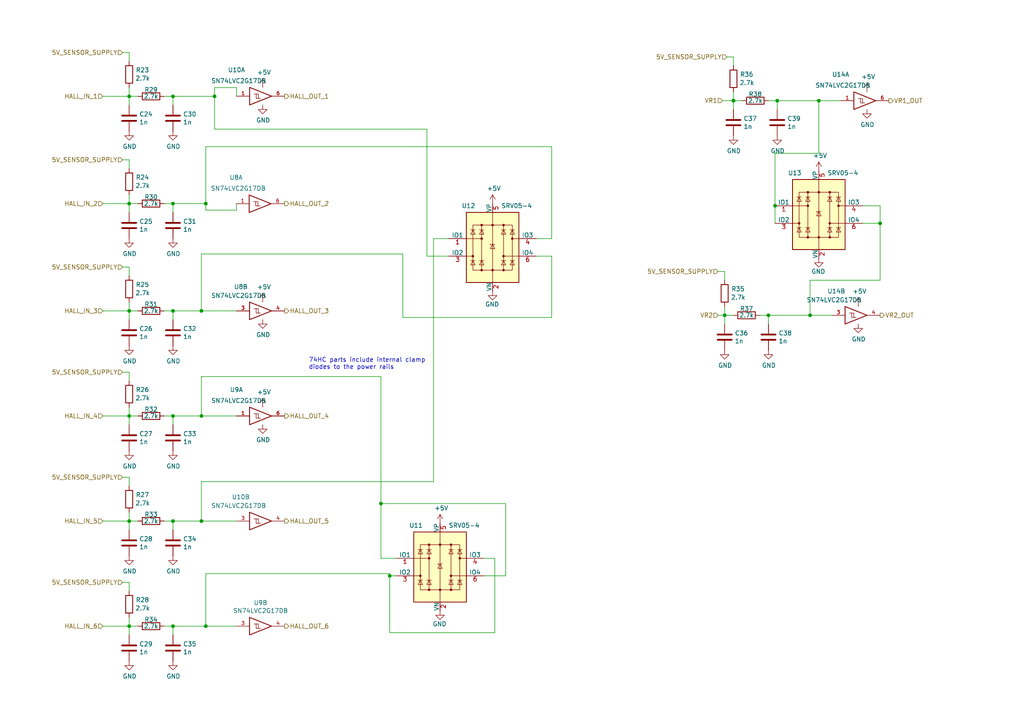
<source format=kicad_sch>
(kicad_sch (version 20230121) (generator eeschema)
  (paper "A4")
  (title_block (title "Polygonus") (date "2024-11-14") (rev "v1.6.1") (comment 2 "rusefi.com/s/proteus"))
  (lib_symbols
    (symbol "74xGxx:74LVC2G17" (pin_names (offset 1.016))
      (property "Reference" "U" (at -2.54 3.81 0))
      (property "Value" "74LVC2G17" (at 0 -3.81 0))
      (symbol "74LVC2G17_0_1"
        (polyline (pts (xy -1.905 0.635) (xy -1.27 0.635) (xy -1.27 -0.635)))
        (polyline (pts (xy -3.81 2.54) (xy -3.81 -2.54) (xy 2.54 0) (xy -3.81 2.54)) (stroke (width 0.254)))
        (polyline (pts (xy -2.54 0.635) (xy -1.905 0.635) (xy -1.905 -0.635) (xy -0.635 -0.635)))
        (pin power_in line (at 0 -2.54 270) (length 0) hide (name "GND") (number "2"))
        (pin power_in line (at 0 2.54 90) (length 0) hide (name "VCC") (number "5"))
      )
      (symbol "74LVC2G17_1_1"
        (pin input line (at -7.62 0 0) (length 3.81) (name "~") (number "1"))
        (pin output line (at 6.35 0 180) (length 3.81) (name "~") (number "6"))
      )
      (symbol "74LVC2G17_2_1"
        (pin input line (at -7.62 0 0) (length 3.81) (name "~") (number "3"))
        (pin output line (at 6.35 0 180) (length 3.81) (name "~") (number "4"))
      )
    )
    (symbol "Device:C" (pin_numbers hide) (pin_names (offset 0.254))
      (property "Reference" "C" (at 0.635 2.54 0))
      (property "Value" "C" (at 0.635 -2.54 0))
      (symbol "C_0_1"
        (polyline (pts (xy -2.032 -0.762) (xy 2.032 -0.762)) (stroke (width 0.508)))
        (polyline (pts (xy -2.032 0.762) (xy 2.032 0.762)) (stroke (width 0.508)))
      )
      (symbol "C_1_1"
        (pin passive line (at 0 3.81 270) (length 2.794) (name "~") (number "1"))
        (pin passive line (at 0 -3.81 90) (length 2.794) (name "~") (number "2"))
      )
    )
    (symbol "Device:R" (pin_numbers hide) (pin_names (offset 0))
      (property "Reference" "R" (at 2.032 0 90))
      (property "Value" "R" (at 0 0 90))
      (symbol "R_0_1"
        (rectangle (start -1.016 -2.54) (end 1.016 2.54) (stroke (width 0.254)))
      )
      (symbol "R_1_1"
        (pin passive line (at 0 3.81 270) (length 1.27) (name "~") (number "1"))
        (pin passive line (at 0 -3.81 90) (length 1.27) (name "~") (number "2"))
      )
    )
    (symbol "Power_Protection:SRV05-4" (pin_names (offset 0))
      (property "Reference" "U" (at -5.08 11.43 0))
      (property "Value" "SRV05-4" (at 2.54 11.43 0))
      (symbol "SRV05-4_0_0"
        (rectangle (start -5.715 6.477) (end 5.715 -6.604))
        (polyline (pts (xy -3.175 -6.604) (xy -3.175 6.477)))
        (polyline (pts (xy 3.175 6.477) (xy 3.175 -6.604)))
      )
      (symbol "SRV05-4_0_1"
        (rectangle (start -7.62 10.16) (end 7.62 -10.16) (stroke (width 0.254)) (fill (type background)))
        (circle (center -5.715 -2.54) (radius 0.2794) (fill (type outline)))
        (circle (center -3.175 -6.604) (radius 0.2794) (fill (type outline)))
        (circle (center -3.175 2.54) (radius 0.2794) (fill (type outline)))
        (circle (center -3.175 6.477) (radius 0.2794) (fill (type outline)))
        (circle (center 0 -6.604) (radius 0.2794) (fill (type outline)))
        (polyline (pts (xy -7.747 2.54) (xy -3.175 2.54)))
        (polyline (pts (xy -7.62 -2.54) (xy -5.715 -2.54)))
        (polyline (pts (xy -5.08 -3.81) (xy -6.35 -3.81)))
        (polyline (pts (xy -5.08 5.08) (xy -6.35 5.08)))
        (polyline (pts (xy -2.54 -3.81) (xy -3.81 -3.81)))
        (polyline (pts (xy -2.54 5.08) (xy -3.81 5.08)))
        (polyline (pts (xy 0 10.16) (xy 0 -10.16)))
        (polyline (pts (xy 3.81 -3.81) (xy 2.54 -3.81)))
        (polyline (pts (xy 3.81 5.08) (xy 2.54 5.08)))
        (polyline (pts (xy 6.35 -3.81) (xy 5.08 -3.81)))
        (polyline (pts (xy 6.35 5.08) (xy 5.08 5.08)))
        (polyline (pts (xy 7.62 -2.54) (xy 3.175 -2.54)))
        (polyline (pts (xy 7.62 2.54) (xy 5.715 2.54)))
        (polyline (pts (xy 0.635 0.889) (xy -0.635 0.889) (xy -0.635 0.635)))
        (polyline (pts (xy -5.08 -5.08) (xy -6.35 -5.08) (xy -5.715 -3.81) (xy -5.08 -5.08)))
        (polyline (pts (xy -5.08 3.81) (xy -6.35 3.81) (xy -5.715 5.08) (xy -5.08 3.81)))
        (polyline (pts (xy -2.54 -5.08) (xy -3.81 -5.08) (xy -3.175 -3.81) (xy -2.54 -5.08)))
        (polyline (pts (xy -2.54 3.81) (xy -3.81 3.81) (xy -3.175 5.08) (xy -2.54 3.81)))
        (polyline (pts (xy 0.635 -0.381) (xy -0.635 -0.381) (xy 0 0.889) (xy 0.635 -0.381)))
        (polyline (pts (xy 3.81 -5.08) (xy 2.54 -5.08) (xy 3.175 -3.81) (xy 3.81 -5.08)))
        (polyline (pts (xy 3.81 3.81) (xy 2.54 3.81) (xy 3.175 5.08) (xy 3.81 3.81)))
        (polyline (pts (xy 6.35 -5.08) (xy 5.08 -5.08) (xy 5.715 -3.81) (xy 6.35 -5.08)))
        (polyline (pts (xy 6.35 3.81) (xy 5.08 3.81) (xy 5.715 5.08) (xy 6.35 3.81)))
        (circle (center 0 6.477) (radius 0.2794) (fill (type outline)))
        (circle (center 3.175 -6.604) (radius 0.2794) (fill (type outline)))
        (circle (center 3.175 -2.54) (radius 0.2794) (fill (type outline)))
        (circle (center 3.175 6.477) (radius 0.2794) (fill (type outline)))
        (circle (center 5.715 2.54) (radius 0.2794) (fill (type outline)))
      )
      (symbol "SRV05-4_1_1"
        (pin passive line (at -12.7 2.54 0) (length 5.08) (name "IO1") (number "1"))
        (pin passive line (at 0 -12.7 90) (length 2.54) (name "VN") (number "2"))
        (pin passive line (at -12.7 -2.54 0) (length 5.08) (name "IO2") (number "3"))
        (pin passive line (at 12.7 2.54 180) (length 5.08) (name "IO3") (number "4"))
        (pin passive line (at 0 12.7 270) (length 2.54) (name "VP") (number "5"))
        (pin passive line (at 12.7 -2.54 180) (length 5.08) (name "IO4") (number "6"))
      )
    )
    (symbol "power:+5V" (power) (pin_names (offset 0))
      (property "Value" "+5V" (at 0 3.556 0))
      (symbol "+5V_0_1"
        (polyline (pts (xy -0.762 1.27) (xy 0 2.54)))
        (polyline (pts (xy 0 0) (xy 0 2.54)))
        (polyline (pts (xy 0 2.54) (xy 0.762 1.27)))
      )
      (symbol "+5V_1_1"
        (pin power_in line (at 0 0 90) (length 0) hide (name "+5V") (number "1"))
      )
    )
    (symbol "power:GND" (power) (pin_names (offset 0))
      (property "Value" "GND" (at 0 -3.81 0))
      (symbol "GND_0_1"
        (polyline (pts (xy 0 0) (xy 0 -1.27) (xy 1.27 -1.27) (xy 0 -2.54) (xy -1.27 -1.27) (xy 0 -1.27)))
      )
      (symbol "GND_1_1"
        (pin power_in line (at 0 0 270) (length 0) hide (name "GND") (number "1"))
      )
    )
  )
  (junction (at 37.465 120.65))
  (junction (at 37.465 151.13))
  (junction (at 50.165 27.94))
  (junction (at 50.165 90.17))
  (junction (at 37.465 181.61))
  (junction (at 212.725 29.1658))
  (junction (at 50.165 120.65))
  (junction (at 37.465 59.055))
  (junction (at 59.69 59.055))
  (junction (at 50.165 181.61))
  (junction (at 50.165 59.055))
  (junction (at 212.725 29.21))
  (junction (at 59.69 181.61))
  (junction (at 62.23 27.94))
  (junction (at 255.27 64.77))
  (junction (at 210.185 91.44))
  (junction (at 237.49 29.21))
  (junction (at 224.79 59.69))
  (junction (at 58.42 120.65))
  (junction (at 113.03 167.005))
  (junction (at 110.49 146.05))
  (junction (at 58.42 90.17))
  (junction (at 58.42 151.13))
  (junction (at 222.885 91.44))
  (junction (at 234.95 91.44))
  (junction (at 225.425 29.21))
  (junction (at 50.165 151.13))
  (junction (at 37.465 90.17))
  (junction (at 37.465 27.94))
  (wire (pts (xy 58.42 120.65) (xy 68.58 120.65)))
  (wire (pts (xy 37.465 118.11) (xy 37.465 120.65)))
  (wire (pts (xy 208.28 78.74) (xy 210.185 78.74)))
  (wire (pts (xy 37.465 120.65) (xy 40.005 120.65)))
  (wire (pts (xy 212.725 29.1658) (xy 212.725 29.21)))
  (wire (pts (xy 113.03 167.005) (xy 113.03 183.515)))
  (wire (pts (xy 237.49 29.21) (xy 243.84 29.21)))
  (wire (pts (xy 225.425 29.21) (xy 222.885 29.21)))
  (wire (pts (xy 50.165 90.17) (xy 47.625 90.17)))
  (wire (pts (xy 29.845 27.94) (xy 37.465 27.94)))
  (wire (pts (xy 59.69 60.96) (xy 59.69 59.055)))
  (wire (pts (xy 35.56 138.43) (xy 37.465 138.43)))
  (wire (pts (xy 125.73 69.215) (xy 125.73 139.7)))
  (wire (pts (xy 50.165 151.13) (xy 50.165 153.67)))
  (wire (pts (xy 76.2 30.48) (xy 76.2 30.4364)))
  (wire (pts (xy 222.885 91.44) (xy 234.95 91.44)))
  (wire (pts (xy 143.51 161.925) (xy 140.335 161.925)))
  (wire (pts (xy 35.56 168.91) (xy 37.465 168.91)))
  (wire (pts (xy 76.2 25.4) (xy 76.2 25.3564)))
  (wire (pts (xy 210.185 91.44) (xy 212.725 91.44)))
  (wire (pts (xy 210.185 88.9) (xy 210.185 91.44)))
  (wire (pts (xy 37.465 181.61) (xy 40.005 181.61)))
  (wire (pts (xy 29.845 120.65) (xy 37.465 120.65)))
  (wire (pts (xy 113.03 166.37) (xy 113.03 167.005)))
  (wire (pts (xy 110.49 109.22) (xy 58.42 109.22)))
  (wire (pts (xy 82.55 27.94) (xy 82.55 27.8964)))
  (wire (pts (xy 29.845 59.055) (xy 37.465 59.055)))
  (wire (pts (xy 37.465 107.95) (xy 37.465 110.49)))
  (wire (pts (xy 37.465 87.63) (xy 37.465 90.17)))
  (wire (pts (xy 50.165 59.055) (xy 47.625 59.055)))
  (wire (pts (xy 114.935 161.925) (xy 110.49 161.925)))
  (wire (pts (xy 160.02 74.295) (xy 155.575 74.295)))
  (wire (pts (xy 255.27 64.77) (xy 255.27 81.28)))
  (wire (pts (xy 37.465 90.17) (xy 40.005 90.17)))
  (wire (pts (xy 37.465 153.67) (xy 37.465 151.13)))
  (wire (pts (xy 62.23 37.465) (xy 62.23 27.94)))
  (wire (pts (xy 123.825 37.465) (xy 123.825 74.295)))
  (wire (pts (xy 212.725 29.21) (xy 215.265 29.21)))
  (wire (pts (xy 50.165 181.61) (xy 47.625 181.61)))
  (wire (pts (xy 62.23 25.4) (xy 62.23 27.94)))
  (wire (pts (xy 50.165 27.94) (xy 62.23 27.94)))
  (wire (pts (xy 234.95 81.28) (xy 234.95 91.44)))
  (wire (pts (xy 58.42 139.7) (xy 125.73 139.7)))
  (wire (pts (xy 143.51 183.515) (xy 143.51 161.925)))
  (wire (pts (xy 58.42 90.17) (xy 68.58 90.17)))
  (wire (pts (xy 160.02 69.215) (xy 155.575 69.215)))
  (wire (pts (xy 50.165 181.61) (xy 50.165 184.15)))
  (wire (pts (xy 82.55 27.8964) (xy 82.5717 27.8964)))
  (wire (pts (xy 29.845 90.17) (xy 37.465 90.17)))
  (wire (pts (xy 68.58 59.093) (xy 68.4657 59.093)))
  (wire (pts (xy 37.465 148.59) (xy 37.465 151.13)))
  (wire (pts (xy 35.56 15.24) (xy 37.465 15.24)))
  (wire (pts (xy 146.685 167.005) (xy 146.685 146.05)))
  (wire (pts (xy 50.165 181.61) (xy 59.69 181.61)))
  (wire (pts (xy 59.69 60.96) (xy 68.58 60.96)))
  (wire (pts (xy 212.725 16.51) (xy 212.725 19.05)))
  (wire (pts (xy 255.27 64.77) (xy 255.27 59.69)))
  (wire (pts (xy 59.69 181.61) (xy 68.58 181.61)))
  (wire (pts (xy 50.165 59.055) (xy 59.69 59.055)))
  (wire (pts (xy 237.49 29.21) (xy 237.49 44.45)))
  (wire (pts (xy 125.73 69.215) (xy 130.175 69.215)))
  (wire (pts (xy 50.165 27.94) (xy 50.165 30.48)))
  (wire (pts (xy 234.95 91.44) (xy 241.3 91.44)))
  (wire (pts (xy 35.56 77.47) (xy 37.465 77.47)))
  (wire (pts (xy 113.03 167.005) (xy 114.935 167.005)))
  (wire (pts (xy 37.465 61.595) (xy 37.465 59.055)))
  (wire (pts (xy 37.465 151.13) (xy 40.005 151.13)))
  (wire (pts (xy 110.49 146.05) (xy 110.49 161.925)))
  (wire (pts (xy 224.79 59.69) (xy 224.79 64.77)))
  (wire (pts (xy 160.02 92.075) (xy 160.02 74.295)))
  (wire (pts (xy 82.4643 59.055) (xy 82.55 59.055)))
  (wire (pts (xy 58.42 73.66) (xy 58.42 90.17)))
  (wire (pts (xy 62.23 25.4) (xy 68.6017 25.4)))
  (wire (pts (xy 50.165 90.17) (xy 58.42 90.17)))
  (wire (pts (xy 212.725 31.75) (xy 212.725 29.21)))
  (wire (pts (xy 29.845 151.13) (xy 37.465 151.13)))
  (wire (pts (xy 37.465 179.07) (xy 37.465 181.61)))
  (wire (pts (xy 76.2 25.3564) (xy 76.2217 25.3564)))
  (wire (pts (xy 208.28 91.44) (xy 210.185 91.44)))
  (wire (pts (xy 37.465 92.71) (xy 37.465 90.17)))
  (wire (pts (xy 110.49 109.22) (xy 110.49 146.05)))
  (wire (pts (xy 50.165 120.65) (xy 58.42 120.65)))
  (wire (pts (xy 50.165 90.17) (xy 50.165 92.71)))
  (wire (pts (xy 116.84 73.66) (xy 58.42 73.66)))
  (wire (pts (xy 116.84 92.075) (xy 160.02 92.075)))
  (wire (pts (xy 68.6017 27.8964) (xy 68.6017 25.4)))
  (wire (pts (xy 234.95 81.28) (xy 255.27 81.28)))
  (wire (pts (xy 37.465 184.15) (xy 37.465 181.61)))
  (wire (pts (xy 209.55 29.1658) (xy 212.725 29.1658)))
  (wire (pts (xy 37.465 59.055) (xy 40.005 59.055)))
  (wire (pts (xy 37.465 56.515) (xy 37.465 59.055)))
  (wire (pts (xy 50.165 59.055) (xy 50.165 61.595)))
  (wire (pts (xy 59.69 42.545) (xy 59.69 59.055)))
  (wire (pts (xy 222.885 91.44) (xy 220.345 91.44)))
  (wire (pts (xy 58.42 151.13) (xy 68.58 151.13)))
  (wire (pts (xy 225.425 29.21) (xy 225.425 31.75)))
  (wire (pts (xy 58.42 151.13) (xy 58.42 139.7)))
  (wire (pts (xy 68.58 60.96) (xy 68.58 59.093)))
  (wire (pts (xy 222.885 91.44) (xy 222.885 93.98)))
  (wire (pts (xy 37.465 138.43) (xy 37.465 140.97)))
  (wire (pts (xy 123.825 37.465) (xy 62.23 37.465)))
  (wire (pts (xy 146.685 146.05) (xy 110.49 146.05)))
  (wire (pts (xy 37.465 27.94) (xy 40.005 27.94)))
  (wire (pts (xy 76.2 30.4364) (xy 76.2217 30.4364)))
  (wire (pts (xy 255.27 59.69) (xy 250.19 59.69)))
  (wire (pts (xy 123.825 74.295) (xy 130.175 74.295)))
  (wire (pts (xy 59.69 166.37) (xy 113.03 166.37)))
  (wire (pts (xy 37.465 30.48) (xy 37.465 27.94)))
  (wire (pts (xy 212.725 26.67) (xy 212.725 29.1658)))
  (wire (pts (xy 29.845 181.61) (xy 37.465 181.61)))
  (wire (pts (xy 58.42 109.22) (xy 58.42 120.65)))
  (wire (pts (xy 37.465 15.24) (xy 37.465 17.78)))
  (wire (pts (xy 210.185 78.74) (xy 210.185 81.28)))
  (wire (pts (xy 210.82 16.51) (xy 212.725 16.51)))
  (wire (pts (xy 82.4357 59.093) (xy 82.4643 59.055)))
  (wire (pts (xy 50.165 151.13) (xy 47.625 151.13)))
  (wire (pts (xy 116.84 73.66) (xy 116.84 92.075)))
  (wire (pts (xy 50.165 27.94) (xy 47.625 27.94)))
  (wire (pts (xy 160.02 42.545) (xy 160.02 69.215)))
  (wire (pts (xy 224.79 44.45) (xy 237.49 44.45)))
  (wire (pts (xy 224.79 59.69) (xy 224.79 44.45)))
  (wire (pts (xy 35.56 46.355) (xy 37.465 46.355)))
  (wire (pts (xy 37.465 46.355) (xy 37.465 48.895)))
  (wire (pts (xy 140.335 167.005) (xy 146.685 167.005)))
  (wire (pts (xy 37.465 123.19) (xy 37.465 120.65)))
  (wire (pts (xy 225.425 29.21) (xy 237.49 29.21)))
  (wire (pts (xy 113.03 183.515) (xy 143.51 183.515)))
  (wire (pts (xy 250.19 64.77) (xy 255.27 64.77)))
  (wire (pts (xy 210.185 93.98) (xy 210.185 91.44)))
  (wire (pts (xy 35.56 107.95) (xy 37.465 107.95)))
  (wire (pts (xy 37.465 77.47) (xy 37.465 80.01)))
  (wire (pts (xy 37.465 25.4) (xy 37.465 27.94)))
  (wire (pts (xy 50.165 151.13) (xy 58.42 151.13)))
  (wire (pts (xy 37.465 168.91) (xy 37.465 171.45)))
  (wire (pts (xy 160.02 42.545) (xy 59.69 42.545)))
  (wire (pts (xy 50.165 120.65) (xy 50.165 123.19)))
  (wire (pts (xy 59.69 181.61) (xy 59.69 166.37)))
  (wire (pts (xy 50.165 120.65) (xy 47.625 120.65)))
  (text "74HC parts include internal clamp\ndiodes to the power rails\n" (at 89.535 107.315 0) (effects (font (size 1.27 1.27)) (justify left bottom)))
  (hierarchical_label "HALL_OUT_1" (shape output) (at 82.55 27.94 0))
  (hierarchical_label "5V_SENSOR_SUPPLY" (shape input) (at 35.56 107.95 180))
  (hierarchical_label "HALL_OUT_2" (shape output) (at 82.55 59.055 0))
  (hierarchical_label "5V_SENSOR_SUPPLY" (shape input) (at 35.56 138.43 180))
  (hierarchical_label "HALL_IN_6" (shape input) (at 29.845 181.61 180))
  (hierarchical_label "5V_SENSOR_SUPPLY" (shape input) (at 208.28 78.74 180))
  (hierarchical_label "HALL_OUT_5" (shape output) (at 82.55 151.13 0))
  (hierarchical_label "VR1" (shape input) (at 209.55 29.1658 180))
  (hierarchical_label "HALL_IN_3" (shape input) (at 29.845 90.17 180))
  (hierarchical_label "HALL_OUT_3" (shape output) (at 82.55 90.17 0))
  (hierarchical_label "5V_SENSOR_SUPPLY" (shape input) (at 35.56 77.47 180))
  (hierarchical_label "5V_SENSOR_SUPPLY" (shape input) (at 35.56 15.24 180))
  (hierarchical_label "HALL_IN_2" (shape input) (at 29.845 59.055 180))
  (hierarchical_label "VR1_OUT" (shape output) (at 257.81 29.21 0))
  (hierarchical_label "HALL_IN_5" (shape input) (at 29.845 151.13 180))
  (hierarchical_label "VR2_OUT" (shape output) (at 255.27 91.44 0))
  (hierarchical_label "HALL_OUT_6" (shape output) (at 82.55 181.61 0))
  (hierarchical_label "5V_SENSOR_SUPPLY" (shape input) (at 35.56 168.91 180))
  (hierarchical_label "5V_SENSOR_SUPPLY" (shape input) (at 35.56 46.355 180))
  (hierarchical_label "HALL_OUT_4" (shape output) (at 82.55 120.65 0))
  (hierarchical_label "VR2" (shape input) (at 208.28 91.44 180))
  (hierarchical_label "5V_SENSOR_SUPPLY" (shape input) (at 210.82 16.51 180))
  (hierarchical_label "HALL_IN_1" (shape input) (at 29.845 27.94 180))
  (hierarchical_label "HALL_IN_4" (shape input) (at 29.845 120.65 180))
  (symbol (lib_id "Device:R") (at 37.465 144.78 0) (unit 1)
    (property "Reference" "R27" (at 39.37 143.51 0) (effects (justify left)))
    (property "Value" "2.7k" (at 39.243 145.923 0) (effects (justify left)))
    (property "Footprint" "Resistor_SMD:R_0603_1608Metric" (effects hide))
    (property "LCSC" "C13167" (effects hide))
    (property "LCSC_ext" "0" (effects hide))
  )
  (symbol (lib_id "Device:R") (at 43.815 151.13 270) (unit 1)
    (property "Reference" "R33" (at 43.815 149.225 90))
    (property "Value" "2.7k" (at 43.815 151.13 90))
    (property "Footprint" "Resistor_SMD:R_0603_1608Metric" (effects hide))
    (property "LCSC" "C13167" (effects hide))
    (property "LCSC_ext" "0" (effects hide))
  )
  (symbol (lib_id "Device:C") (at 50.165 157.48 0) (unit 1)
    (property "Reference" "C34" (at 53.086 156.3116 0) (effects (justify left)))
    (property "Value" "1n" (at 53.086 158.623 0) (effects (justify left)))
    (property "Footprint" "Capacitor_SMD:C_0603_1608Metric" (effects hide))
    (property "LCSC" "C1588" (effects hide))
    (property "LCSC_ext" "0" (effects hide))
  )
  (symbol (lib_id "power:GND") (at 50.165 161.29 0) (unit 1)
    (property "Reference" "#PWR071" (effects hide))
    (property "Value" "GND" (at 50.292 165.6842 0))
  )
  (symbol (lib_id "Device:C") (at 37.465 157.48 0) (unit 1)
    (property "Reference" "C28" (at 40.386 156.3116 0) (effects (justify left)))
    (property "Value" "1n" (at 40.386 158.623 0) (effects (justify left)))
    (property "Footprint" "Capacitor_SMD:C_0603_1608Metric" (effects hide))
    (property "LCSC" "C1588" (effects hide))
    (property "LCSC_ext" "0" (effects hide))
  )
  (symbol (lib_id "power:GND") (at 37.465 161.29 0) (unit 1)
    (property "Reference" "#PWR065" (effects hide))
    (property "Value" "GND" (at 37.592 165.6842 0))
  )
  (symbol (lib_id "Device:R") (at 37.465 175.26 0) (unit 1)
    (property "Reference" "R28" (at 39.37 173.99 0) (effects (justify left)))
    (property "Value" "2.7k" (at 39.243 176.403 0) (effects (justify left)))
    (property "Footprint" "Resistor_SMD:R_0603_1608Metric" (effects hide))
    (property "LCSC" "C13167" (effects hide))
    (property "LCSC_ext" "0" (effects hide))
  )
  (symbol (lib_id "Device:R") (at 43.815 181.61 270) (unit 1)
    (property "Reference" "R34" (at 43.815 179.705 90))
    (property "Value" "2.7k" (at 43.815 181.61 90))
    (property "Footprint" "Resistor_SMD:R_0603_1608Metric" (effects hide))
    (property "LCSC" "C13167" (effects hide))
    (property "LCSC_ext" "0" (effects hide))
  )
  (symbol (lib_id "Device:C") (at 50.165 187.96 0) (unit 1)
    (property "Reference" "C35" (at 53.086 186.7916 0) (effects (justify left)))
    (property "Value" "1n" (at 53.086 189.103 0) (effects (justify left)))
    (property "Footprint" "Capacitor_SMD:C_0603_1608Metric" (effects hide))
    (property "LCSC" "C1588" (effects hide))
    (property "LCSC_ext" "0" (effects hide))
  )
  (symbol (lib_id "power:GND") (at 50.165 191.77 0) (unit 1)
    (property "Reference" "#PWR072" (effects hide))
    (property "Value" "GND" (at 50.292 196.1642 0))
  )
  (symbol (lib_id "Device:C") (at 37.465 187.96 0) (unit 1)
    (property "Reference" "C29" (at 40.386 186.7916 0) (effects (justify left)))
    (property "Value" "1n" (at 40.386 189.103 0) (effects (justify left)))
    (property "Footprint" "Capacitor_SMD:C_0603_1608Metric" (effects hide))
    (property "LCSC" "C1588" (effects hide))
    (property "LCSC_ext" "0" (effects hide))
  )
  (symbol (lib_id "power:GND") (at 37.465 191.77 0) (unit 1)
    (property "Reference" "#PWR066" (effects hide))
    (property "Value" "GND" (at 37.592 196.1642 0))
  )
  (symbol (lib_id "Device:R") (at 37.465 21.59 0) (unit 1)
    (property "Reference" "R23" (at 39.37 20.32 0) (effects (justify left)))
    (property "Value" "2.7k" (at 39.243 22.733 0) (effects (justify left)))
    (property "Footprint" "Resistor_SMD:R_0603_1608Metric" (effects hide))
    (property "LCSC" "C13167" (effects hide))
    (property "LCSC_ext" "0" (effects hide))
  )
  (symbol (lib_id "Device:R") (at 43.815 27.94 270) (unit 1)
    (property "Reference" "R29" (at 43.815 26.035 90))
    (property "Value" "2.7k" (at 43.815 27.94 90))
    (property "Footprint" "Resistor_SMD:R_0603_1608Metric" (effects hide))
    (property "LCSC" "C13167" (effects hide))
    (property "LCSC_ext" "0" (effects hide))
  )
  (symbol (lib_id "Device:C") (at 50.165 34.29 0) (unit 1)
    (property "Reference" "C30" (at 53.086 33.1216 0) (effects (justify left)))
    (property "Value" "1n" (at 53.086 35.433 0) (effects (justify left)))
    (property "Footprint" "Capacitor_SMD:C_0603_1608Metric" (effects hide))
    (property "LCSC" "C1588" (effects hide))
    (property "LCSC_ext" "0" (effects hide))
  )
  (symbol (lib_id "power:GND") (at 50.165 38.1 0) (unit 1)
    (property "Reference" "#PWR067" (effects hide))
    (property "Value" "GND" (at 50.292 42.4942 0))
  )
  (symbol (lib_id "Device:C") (at 37.465 34.29 0) (unit 1)
    (property "Reference" "C24" (at 40.386 33.1216 0) (effects (justify left)))
    (property "Value" "1n" (at 40.386 35.433 0) (effects (justify left)))
    (property "Footprint" "Capacitor_SMD:C_0603_1608Metric" (effects hide))
    (property "LCSC" "C1588" (effects hide))
    (property "LCSC_ext" "0" (effects hide))
  )
  (symbol (lib_id "power:GND") (at 37.465 38.1 0) (unit 1)
    (property "Reference" "#PWR061" (effects hide))
    (property "Value" "GND" (at 37.592 42.4942 0))
  )
  (symbol (lib_id "Device:R") (at 37.465 52.705 0) (unit 1)
    (property "Reference" "R24" (at 39.37 51.435 0) (effects (justify left)))
    (property "Value" "2.7k" (at 39.243 53.848 0) (effects (justify left)))
    (property "Footprint" "Resistor_SMD:R_0603_1608Metric" (effects hide))
    (property "LCSC" "C13167" (effects hide))
    (property "LCSC_ext" "0" (effects hide))
  )
  (symbol (lib_id "Device:R") (at 43.815 59.055 270) (unit 1)
    (property "Reference" "R30" (at 43.815 57.15 90))
    (property "Value" "2.7k" (at 43.815 59.055 90))
    (property "Footprint" "Resistor_SMD:R_0603_1608Metric" (effects hide))
    (property "LCSC" "C13167" (effects hide))
    (property "LCSC_ext" "0" (effects hide))
  )
  (symbol (lib_id "Device:C") (at 50.165 65.405 0) (unit 1)
    (property "Reference" "C31" (at 53.086 64.2366 0) (effects (justify left)))
    (property "Value" "1n" (at 53.086 66.548 0) (effects (justify left)))
    (property "Footprint" "Capacitor_SMD:C_0603_1608Metric" (effects hide))
    (property "LCSC" "C1588" (effects hide))
    (property "LCSC_ext" "0" (effects hide))
  )
  (symbol (lib_id "power:GND") (at 50.165 69.215 0) (unit 1)
    (property "Reference" "#PWR068" (effects hide))
    (property "Value" "GND" (at 50.292 73.6092 0))
  )
  (symbol (lib_id "Device:C") (at 37.465 65.405 0) (unit 1)
    (property "Reference" "C25" (at 40.386 64.2366 0) (effects (justify left)))
    (property "Value" "1n" (at 40.386 66.548 0) (effects (justify left)))
    (property "Footprint" "Capacitor_SMD:C_0603_1608Metric" (effects hide))
    (property "LCSC" "C1588" (effects hide))
    (property "LCSC_ext" "0" (effects hide))
  )
  (symbol (lib_id "power:GND") (at 37.465 69.215 0) (unit 1)
    (property "Reference" "#PWR062" (effects hide))
    (property "Value" "GND" (at 37.592 73.6092 0))
  )
  (symbol (lib_id "Device:R") (at 37.465 83.82 0) (unit 1)
    (property "Reference" "R25" (at 39.37 82.55 0) (effects (justify left)))
    (property "Value" "2.7k" (at 39.243 84.963 0) (effects (justify left)))
    (property "Footprint" "Resistor_SMD:R_0603_1608Metric" (effects hide))
    (property "LCSC" "C13167" (effects hide))
    (property "LCSC_ext" "0" (effects hide))
  )
  (symbol (lib_id "Device:R") (at 43.815 90.17 270) (unit 1)
    (property "Reference" "R31" (at 43.815 88.265 90))
    (property "Value" "2.7k" (at 43.815 90.17 90))
    (property "Footprint" "Resistor_SMD:R_0603_1608Metric" (effects hide))
    (property "LCSC" "C13167" (effects hide))
    (property "LCSC_ext" "0" (effects hide))
  )
  (symbol (lib_id "Device:C") (at 50.165 96.52 0) (unit 1)
    (property "Reference" "C32" (at 53.086 95.3516 0) (effects (justify left)))
    (property "Value" "1n" (at 53.086 97.663 0) (effects (justify left)))
    (property "Footprint" "Capacitor_SMD:C_0603_1608Metric" (effects hide))
    (property "LCSC" "C1588" (effects hide))
    (property "LCSC_ext" "0" (effects hide))
  )
  (symbol (lib_id "power:GND") (at 50.165 100.33 0) (unit 1)
    (property "Reference" "#PWR069" (effects hide))
    (property "Value" "GND" (at 50.292 104.7242 0))
  )
  (symbol (lib_id "Device:C") (at 37.465 96.52 0) (unit 1)
    (property "Reference" "C26" (at 40.386 95.3516 0) (effects (justify left)))
    (property "Value" "1n" (at 40.386 97.663 0) (effects (justify left)))
    (property "Footprint" "Capacitor_SMD:C_0603_1608Metric" (effects hide))
    (property "LCSC" "C1588" (effects hide))
    (property "LCSC_ext" "0" (effects hide))
  )
  (symbol (lib_id "power:GND") (at 37.465 100.33 0) (unit 1)
    (property "Reference" "#PWR063" (effects hide))
    (property "Value" "GND" (at 37.592 104.7242 0))
  )
  (symbol (lib_id "Device:R") (at 37.465 114.3 0) (unit 1)
    (property "Reference" "R26" (at 39.37 113.03 0) (effects (justify left)))
    (property "Value" "2.7k" (at 39.243 115.443 0) (effects (justify left)))
    (property "Footprint" "Resistor_SMD:R_0603_1608Metric" (effects hide))
    (property "LCSC" "C13167" (effects hide))
    (property "LCSC_ext" "0" (effects hide))
  )
  (symbol (lib_id "Device:R") (at 43.815 120.65 270) (unit 1)
    (property "Reference" "R32" (at 43.815 118.745 90))
    (property "Value" "2.7k" (at 43.815 120.65 90))
    (property "Footprint" "Resistor_SMD:R_0603_1608Metric" (effects hide))
    (property "LCSC" "C13167" (effects hide))
    (property "LCSC_ext" "0" (effects hide))
  )
  (symbol (lib_id "Device:C") (at 50.165 127 0) (unit 1)
    (property "Reference" "C33" (at 53.086 125.8316 0) (effects (justify left)))
    (property "Value" "1n" (at 53.086 128.143 0) (effects (justify left)))
    (property "Footprint" "Capacitor_SMD:C_0603_1608Metric" (effects hide))
    (property "LCSC" "C1588" (effects hide))
    (property "LCSC_ext" "0" (effects hide))
  )
  (symbol (lib_id "power:GND") (at 50.165 130.81 0) (unit 1)
    (property "Reference" "#PWR070" (effects hide))
    (property "Value" "GND" (at 50.292 135.2042 0))
  )
  (symbol (lib_id "Device:C") (at 37.465 127 0) (unit 1)
    (property "Reference" "C27" (at 40.386 125.8316 0) (effects (justify left)))
    (property "Value" "1n" (at 40.386 128.143 0) (effects (justify left)))
    (property "Footprint" "Capacitor_SMD:C_0603_1608Metric" (effects hide))
    (property "LCSC" "C1588" (effects hide))
    (property "LCSC_ext" "0" (effects hide))
  )
  (symbol (lib_id "power:GND") (at 37.465 130.81 0) (unit 1)
    (property "Reference" "#PWR064" (effects hide))
    (property "Value" "GND" (at 37.592 135.2042 0))
  )
  (symbol (lib_id "power:GND") (at 76.2 92.71 0) (unit 1)
    (property "Reference" "#PWR076" (effects hide))
    (property "Value" "GND" (at 76.327 97.1042 0))
  )
  (symbol (lib_id "power:GND") (at 76.2 30.48 0) (unit 1)
    (property "Reference" "#PWR074" (effects hide))
    (property "Value" "GND" (at 76.327 34.8742 0))
  )
  (symbol (lib_id "power:GND") (at 76.2 123.19 0) (unit 1)
    (property "Reference" "#PWR078" (effects hide))
    (property "Value" "GND" (at 76.327 127.5842 0))
  )
  (symbol (lib_id "power:+5V") (at 76.2 118.11 0) (unit 1)
    (property "Reference" "#PWR077" (effects hide))
    (property "Value" "+5V" (at 76.581 113.7158 0))
  )
  (symbol (lib_id "power:+5V") (at 76.2 87.63 0) (unit 1)
    (property "Reference" "#PWR075" (effects hide))
    (property "Value" "+5V" (at 76.581 83.2358 0))
  )
  (symbol (lib_id "power:+5V") (at 76.2 25.4 0) (unit 1)
    (property "Reference" "#PWR073" (effects hide))
    (property "Value" "+5V" (at 76.581 21.0058 0))
  )
  (symbol (lib_id "Device:C") (at 225.425 35.56 0) (unit 1)
    (property "Reference" "C39" (at 228.346 34.3916 0) (effects (justify left)))
    (property "Value" "1n" (at 228.346 36.703 0) (effects (justify left)))
    (property "Footprint" "Capacitor_SMD:C_0603_1608Metric" (effects hide))
    (property "LCSC" "C1588" (effects hide))
    (property "LCSC_ext" "0" (effects hide))
  )
  (symbol (lib_id "power:+5V") (at 237.49 49.53 0) (unit 1)
    (property "Reference" "#PWR087" (effects hide))
    (property "Value" "+5V" (at 237.871 45.1358 0))
  )
  (symbol (lib_id "74xGxx:74LVC2G17") (at 76.2 181.61 0) (unit 2)
    (property "Reference" "U9" (at 75.565 174.8282 0))
    (property "Value" "SN74LVC2G17DB" (at 75.565 177.1396 0))
    (property "Footprint" "Package_TO_SOT_SMD:SOT-23-6" (effects hide))
    (property "Datasheet" "http://www.ti.com/lit/sg/scyt129e/scyt129e.pdf" (effects hide))
    (property "LCSC" "C10429" (effects hide))
    (property "LCSC_ext" "1" (effects hide))
    (property "PN" "74HC2G17GW" (effects hide))
  )
  (symbol (lib_id "power:GND") (at 142.875 84.455 0) (unit 1)
    (property "Reference" "#PWR082" (effects hide))
    (property "Value" "GND" (at 144.78 88.265 0) (effects (justify right)))
  )
  (symbol (lib_id "74xGxx:74LVC2G17") (at 248.92 91.44 0) (unit 2)
    (property "Reference" "U14" (at 242.57 84.455 0))
    (property "Value" "SN74LVC2G17DB" (at 241.935 86.995 0))
    (property "Footprint" "Package_TO_SOT_SMD:SOT-23-6" (effects hide))
    (property "Datasheet" "http://www.ti.com/lit/sg/scyt129e/scyt129e.pdf" (effects hide))
    (property "LCSC" "C10429" (effects hide))
    (property "LCSC_ext" "1" (effects hide))
    (property "PN" "74HC2G17GW" (effects hide))
  )
  (symbol (lib_id "power:+5V") (at 248.92 88.9 0) (unit 1)
    (property "Reference" "#PWR089" (effects hide))
    (property "Value" "+5V" (at 249.301 84.5058 0))
  )
  (symbol (lib_id "power:GND") (at 248.92 93.98 0) (unit 1)
    (property "Reference" "#PWR090" (effects hide))
    (property "Value" "GND" (at 249.047 98.3742 0))
  )
  (symbol (lib_id "Device:C") (at 210.185 97.79 0) (unit 1)
    (property "Reference" "C36" (at 213.106 96.6216 0) (effects (justify left)))
    (property "Value" "1n" (at 213.106 98.933 0) (effects (justify left)))
    (property "Footprint" "Capacitor_SMD:C_0603_1608Metric" (effects hide))
    (property "LCSC" "C1588" (effects hide))
    (property "LCSC_ext" "0" (effects hide))
  )
  (symbol (lib_id "74xGxx:74LVC2G17") (at 76.2217 27.8964 0) (unit 1)
    (property "Reference" "U10" (at 68.6017 20.2764 0))
    (property "Value" "SN74LVC2G17DB" (at 69.2367 23.4514 0))
    (property "Footprint" "Package_TO_SOT_SMD:SOT-23-6" (effects hide))
    (property "Datasheet" "http://www.ti.com/lit/sg/scyt129e/scyt129e.pdf" (effects hide))
    (property "LCSC" "C10429" (effects hide))
    (property "LCSC_ext" "1" (effects hide))
    (property "PN" "74HC2G17GW" (effects hide))
  )
  (symbol (lib_id "power:+5V") (at 127.635 151.765 0) (unit 1)
    (property "Reference" "#PWR079" (effects hide))
    (property "Value" "+5V" (at 128.016 147.3708 0))
  )
  (symbol (lib_id "power:GND") (at 225.425 39.37 0) (unit 1)
    (property "Reference" "#PWR086" (effects hide))
    (property "Value" "GND" (at 225.552 43.7642 0))
  )
  (symbol (lib_id "power:+5V") (at 142.875 59.055 0) (unit 1)
    (property "Reference" "#PWR081" (effects hide))
    (property "Value" "+5V" (at 143.256 54.6608 0))
  )
  (symbol (lib_id "power:GND") (at 212.725 39.37 0) (unit 1)
    (property "Reference" "#PWR084" (effects hide))
    (property "Value" "GND" (at 212.852 43.7642 0))
  )
  (symbol (lib_id "Power_Protection:SRV05-4") (at 142.875 71.755 0) (unit 1)
    (property "Reference" "U12" (at 135.89 59.69 0))
    (property "Value" "SRV05-4" (at 149.86 59.69 0))
    (property "Footprint" "Package_TO_SOT_SMD:SOT-23-6" (effects hide))
    (property "Datasheet" "http://www.onsemi.com/pub/Collateral/SRV05-4-D.PDF" (effects hide))
    (property "LCSC" "C85364" (effects hide))
  )
  (symbol (lib_id "Device:R") (at 219.075 29.21 270) (unit 1)
    (property "Reference" "R38" (at 219.075 27.305 90))
    (property "Value" "2.7k" (at 219.075 29.21 90))
    (property "Footprint" "Resistor_SMD:R_0603_1608Metric" (effects hide))
    (property "LCSC" "C13167" (effects hide))
    (property "LCSC_ext" "0" (effects hide))
  )
  (symbol (lib_id "74xGxx:74LVC2G17") (at 251.46 29.21 0) (unit 1)
    (property "Reference" "U14" (at 243.84 21.59 0))
    (property "Value" "SN74LVC2G17DB" (at 244.475 24.765 0))
    (property "Footprint" "Package_TO_SOT_SMD:SOT-23-6" (effects hide))
    (property "Datasheet" "http://www.ti.com/lit/sg/scyt129e/scyt129e.pdf" (effects hide))
    (property "LCSC" "C10429" (effects hide))
    (property "LCSC_ext" "1" (effects hide))
    (property "PN" "74HC2G17GW" (effects hide))
  )
  (symbol (lib_id "Power_Protection:SRV05-4") (at 127.635 164.465 0) (unit 1)
    (property "Reference" "U11" (at 120.65 152.4 0))
    (property "Value" "SRV05-4" (at 134.62 152.4 0))
    (property "Footprint" "Package_TO_SOT_SMD:SOT-23-6" (effects hide))
    (property "Datasheet" "http://www.onsemi.com/pub/Collateral/SRV05-4-D.PDF" (effects hide))
    (property "LCSC" "C85364" (effects hide))
  )
  (symbol (lib_id "power:GND") (at 237.49 74.93 0) (unit 1)
    (property "Reference" "#PWR088" (effects hide))
    (property "Value" "GND" (at 239.395 78.74 0) (effects (justify right)))
  )
  (symbol (lib_id "Device:C") (at 212.725 35.56 0) (unit 1)
    (property "Reference" "C37" (at 215.646 34.3916 0) (effects (justify left)))
    (property "Value" "1n" (at 215.646 36.703 0) (effects (justify left)))
    (property "Footprint" "Capacitor_SMD:C_0603_1608Metric" (effects hide))
    (property "LCSC" "C1588" (effects hide))
    (property "LCSC_ext" "0" (effects hide))
  )
  (symbol (lib_id "74xGxx:74LVC2G17") (at 76.2 151.13 0) (unit 2)
    (property "Reference" "U10" (at 69.85 144.145 0))
    (property "Value" "SN74LVC2G17DB" (at 69.215 146.685 0))
    (property "Footprint" "Package_TO_SOT_SMD:SOT-23-6" (effects hide))
    (property "Datasheet" "http://www.ti.com/lit/sg/scyt129e/scyt129e.pdf" (effects hide))
    (property "LCSC" "C10429" (effects hide))
    (property "LCSC_ext" "1" (effects hide))
    (property "PN" "74HC2G17GW" (effects hide))
  )
  (symbol (lib_id "power:GND") (at 127.635 177.165 0) (unit 1)
    (property "Reference" "#PWR080" (effects hide))
    (property "Value" "GND" (at 129.54 180.975 0) (effects (justify right)))
  )
  (symbol (lib_id "Device:R") (at 212.725 22.86 0) (unit 1)
    (property "Reference" "R36" (at 214.63 21.59 0) (effects (justify left)))
    (property "Value" "2.7k" (at 214.503 24.003 0) (effects (justify left)))
    (property "Footprint" "Resistor_SMD:R_0603_1608Metric" (effects hide))
    (property "LCSC" "C13167" (effects hide))
    (property "LCSC_ext" "0" (effects hide))
  )
  (symbol (lib_id "74xGxx:74LVC2G17") (at 76.0857 59.093 0) (unit 1)
    (property "Reference" "U8" (at 68.4657 51.473 0))
    (property "Value" "SN74LVC2G17DB" (at 69.1007 54.648 0))
    (property "Footprint" "Package_TO_SOT_SMD:SOT-23-6" (effects hide))
    (property "Datasheet" "http://www.ti.com/lit/sg/scyt129e/scyt129e.pdf" (effects hide))
    (property "LCSC" "C10429" (effects hide))
    (property "LCSC_ext" "1" (effects hide))
    (property "PN" "74HC2G17GW" (effects hide))
  )
  (symbol (lib_id "power:+5V") (at 251.46 26.67 0) (unit 1)
    (property "Reference" "#PWR091" (effects hide))
    (property "Value" "+5V" (at 251.841 22.2758 0))
  )
  (symbol (lib_id "74xGxx:74LVC2G17") (at 76.2 120.65 0) (unit 1)
    (property "Reference" "U9" (at 68.58 113.03 0))
    (property "Value" "SN74LVC2G17DB" (at 69.215 116.205 0))
    (property "Footprint" "Package_TO_SOT_SMD:SOT-23-6" (effects hide))
    (property "Datasheet" "http://www.ti.com/lit/sg/scyt129e/scyt129e.pdf" (effects hide))
    (property "LCSC" "C10429" (effects hide))
    (property "LCSC_ext" "1" (effects hide))
    (property "PN" "74HC2G17GW" (effects hide))
  )
  (symbol (lib_id "power:GND") (at 222.885 101.6 0) (unit 1)
    (property "Reference" "#PWR085" (effects hide))
    (property "Value" "GND" (at 223.012 105.9942 0))
  )
  (symbol (lib_id "power:GND") (at 251.46 31.75 0) (unit 1)
    (property "Reference" "#PWR092" (effects hide))
    (property "Value" "GND" (at 251.587 36.1442 0))
  )
  (symbol (lib_id "74xGxx:74LVC2G17") (at 76.2 90.17 0) (unit 2)
    (property "Reference" "U8" (at 69.85 83.185 0))
    (property "Value" "SN74LVC2G17DB" (at 69.215 85.725 0))
    (property "Footprint" "Package_TO_SOT_SMD:SOT-23-6" (effects hide))
    (property "Datasheet" "http://www.ti.com/lit/sg/scyt129e/scyt129e.pdf" (effects hide))
    (property "LCSC" "C10429" (effects hide))
    (property "LCSC_ext" "1" (effects hide))
    (property "PN" "74HC2G17GW" (effects hide))
  )
  (symbol (lib_id "Device:C") (at 222.885 97.79 0) (unit 1)
    (property "Reference" "C38" (at 225.806 96.6216 0) (effects (justify left)))
    (property "Value" "1n" (at 225.806 98.933 0) (effects (justify left)))
    (property "Footprint" "Capacitor_SMD:C_0603_1608Metric" (effects hide))
    (property "LCSC" "C1588" (effects hide))
    (property "LCSC_ext" "0" (effects hide))
  )
  (symbol (lib_id "Device:R") (at 216.535 91.44 270) (unit 1)
    (property "Reference" "R37" (at 216.535 89.535 90))
    (property "Value" "2.7k" (at 216.535 91.44 90))
    (property "Footprint" "Resistor_SMD:R_0603_1608Metric" (effects hide))
    (property "LCSC" "C13167" (effects hide))
    (property "LCSC_ext" "0" (effects hide))
  )
  (symbol (lib_id "power:GND") (at 210.185 101.6 0) (unit 1)
    (property "Reference" "#PWR083" (effects hide))
    (property "Value" "GND" (at 210.312 105.9942 0))
  )
  (symbol (lib_id "Power_Protection:SRV05-4") (at 237.49 62.23 0) (unit 1)
    (property "Reference" "U13" (at 230.505 50.165 0))
    (property "Value" "SRV05-4" (at 244.475 50.165 0))
    (property "Footprint" "Package_TO_SOT_SMD:SOT-23-6" (effects hide))
    (property "Datasheet" "http://www.onsemi.com/pub/Collateral/SRV05-4-D.PDF" (effects hide))
    (property "LCSC" "C85364" (effects hide))
  )
  (symbol (lib_id "Device:R") (at 210.185 85.09 0) (unit 1)
    (property "Reference" "R35" (at 212.09 83.82 0) (effects (justify left)))
    (property "Value" "2.7k" (at 211.963 86.233 0) (effects (justify left)))
    (property "Footprint" "Resistor_SMD:R_0603_1608Metric" (effects hide))
    (property "LCSC" "C13167" (effects hide))
    (property "LCSC_ext" "0" (effects hide))
  )
)
</source>
